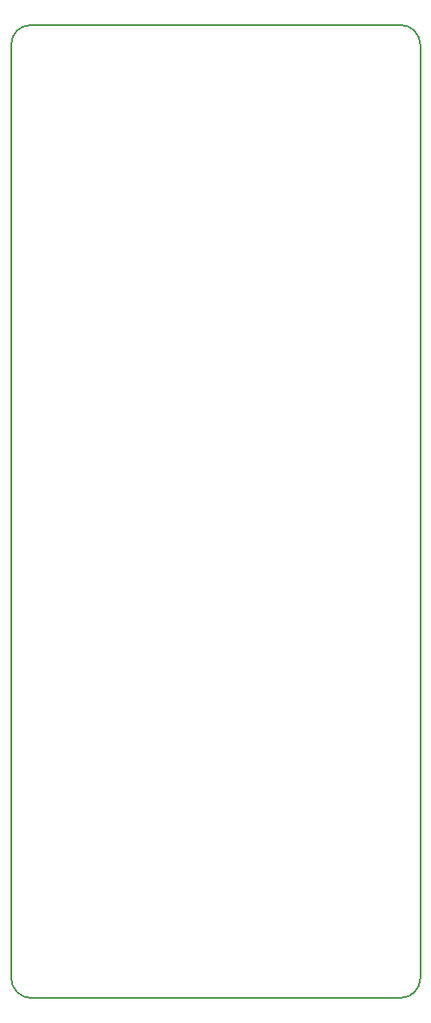
<source format=gm1>
G04 #@! TF.GenerationSoftware,KiCad,Pcbnew,6.0.11+dfsg-1*
G04 #@! TF.CreationDate,2024-12-20T09:16:10+02:00*
G04 #@! TF.ProjectId,lora_tracker,6c6f7261-5f74-4726-9163-6b65722e6b69,rev?*
G04 #@! TF.SameCoordinates,Original*
G04 #@! TF.FileFunction,Profile,NP*
%FSLAX46Y46*%
G04 Gerber Fmt 4.6, Leading zero omitted, Abs format (unit mm)*
G04 Created by KiCad (PCBNEW 6.0.11+dfsg-1) date 2024-12-20 09:16:10*
%MOMM*%
%LPD*%
G01*
G04 APERTURE LIST*
G04 #@! TA.AperFunction,Profile*
%ADD10C,0.200000*%
G04 #@! TD*
G04 #@! TA.AperFunction,Profile*
%ADD11C,0.150000*%
G04 #@! TD*
G04 APERTURE END LIST*
D10*
X73660000Y-136525000D02*
X73660000Y-45085000D01*
D11*
X73660000Y-136525000D02*
G75*
G03*
X75565000Y-138430000I1905000J0D01*
G01*
D10*
X75565000Y-43180000D02*
X111760000Y-43180000D01*
D11*
X111760000Y-138430000D02*
G75*
G03*
X113665000Y-136525000I0J1905000D01*
G01*
X75565000Y-43180000D02*
G75*
G03*
X73660000Y-45085000I0J-1905000D01*
G01*
X113665000Y-45085000D02*
X113665000Y-136525000D01*
X113665000Y-45085000D02*
G75*
G03*
X111760000Y-43180000I-1905000J0D01*
G01*
X111760000Y-138430000D02*
X75565000Y-138430000D01*
M02*

</source>
